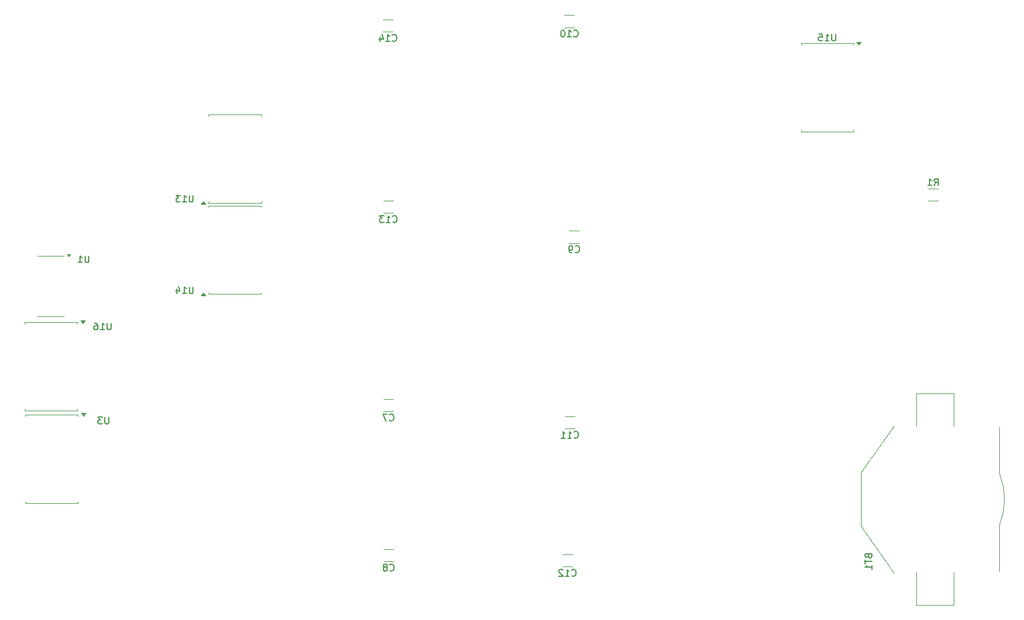
<source format=gbr>
G04 #@! TF.GenerationSoftware,KiCad,Pcbnew,8.0.9-8.0.9-0~ubuntu22.04.1*
G04 #@! TF.CreationDate,2025-03-29T10:12:52+01:00*
G04 #@! TF.ProjectId,CPU09RAM,43505530-3952-4414-9d2e-6b696361645f,rev?*
G04 #@! TF.SameCoordinates,Original*
G04 #@! TF.FileFunction,Legend,Bot*
G04 #@! TF.FilePolarity,Positive*
%FSLAX46Y46*%
G04 Gerber Fmt 4.6, Leading zero omitted, Abs format (unit mm)*
G04 Created by KiCad (PCBNEW 8.0.9-8.0.9-0~ubuntu22.04.1) date 2025-03-29 10:12:52*
%MOMM*%
%LPD*%
G01*
G04 APERTURE LIST*
%ADD10C,0.150000*%
%ADD11C,0.120000*%
G04 APERTURE END LIST*
D10*
X89122094Y-104737819D02*
X89122094Y-105547342D01*
X89122094Y-105547342D02*
X89074475Y-105642580D01*
X89074475Y-105642580D02*
X89026856Y-105690200D01*
X89026856Y-105690200D02*
X88931618Y-105737819D01*
X88931618Y-105737819D02*
X88741142Y-105737819D01*
X88741142Y-105737819D02*
X88645904Y-105690200D01*
X88645904Y-105690200D02*
X88598285Y-105642580D01*
X88598285Y-105642580D02*
X88550666Y-105547342D01*
X88550666Y-105547342D02*
X88550666Y-104737819D01*
X87550666Y-105737819D02*
X88122094Y-105737819D01*
X87836380Y-105737819D02*
X87836380Y-104737819D01*
X87836380Y-104737819D02*
X87931618Y-104880676D01*
X87931618Y-104880676D02*
X88026856Y-104975914D01*
X88026856Y-104975914D02*
X88122094Y-105023533D01*
X86693523Y-104737819D02*
X86883999Y-104737819D01*
X86883999Y-104737819D02*
X86979237Y-104785438D01*
X86979237Y-104785438D02*
X87026856Y-104833057D01*
X87026856Y-104833057D02*
X87122094Y-104975914D01*
X87122094Y-104975914D02*
X87169713Y-105166390D01*
X87169713Y-105166390D02*
X87169713Y-105547342D01*
X87169713Y-105547342D02*
X87122094Y-105642580D01*
X87122094Y-105642580D02*
X87074475Y-105690200D01*
X87074475Y-105690200D02*
X86979237Y-105737819D01*
X86979237Y-105737819D02*
X86788761Y-105737819D01*
X86788761Y-105737819D02*
X86693523Y-105690200D01*
X86693523Y-105690200D02*
X86645904Y-105642580D01*
X86645904Y-105642580D02*
X86598285Y-105547342D01*
X86598285Y-105547342D02*
X86598285Y-105309247D01*
X86598285Y-105309247D02*
X86645904Y-105214009D01*
X86645904Y-105214009D02*
X86693523Y-105166390D01*
X86693523Y-105166390D02*
X86788761Y-105118771D01*
X86788761Y-105118771D02*
X86979237Y-105118771D01*
X86979237Y-105118771D02*
X87074475Y-105166390D01*
X87074475Y-105166390D02*
X87122094Y-105214009D01*
X87122094Y-105214009D02*
X87169713Y-105309247D01*
X88772904Y-118580819D02*
X88772904Y-119390342D01*
X88772904Y-119390342D02*
X88725285Y-119485580D01*
X88725285Y-119485580D02*
X88677666Y-119533200D01*
X88677666Y-119533200D02*
X88582428Y-119580819D01*
X88582428Y-119580819D02*
X88391952Y-119580819D01*
X88391952Y-119580819D02*
X88296714Y-119533200D01*
X88296714Y-119533200D02*
X88249095Y-119485580D01*
X88249095Y-119485580D02*
X88201476Y-119390342D01*
X88201476Y-119390342D02*
X88201476Y-118580819D01*
X87820523Y-118580819D02*
X87201476Y-118580819D01*
X87201476Y-118580819D02*
X87534809Y-118961771D01*
X87534809Y-118961771D02*
X87391952Y-118961771D01*
X87391952Y-118961771D02*
X87296714Y-119009390D01*
X87296714Y-119009390D02*
X87249095Y-119057009D01*
X87249095Y-119057009D02*
X87201476Y-119152247D01*
X87201476Y-119152247D02*
X87201476Y-119390342D01*
X87201476Y-119390342D02*
X87249095Y-119485580D01*
X87249095Y-119485580D02*
X87296714Y-119533200D01*
X87296714Y-119533200D02*
X87391952Y-119580819D01*
X87391952Y-119580819D02*
X87677666Y-119580819D01*
X87677666Y-119580819D02*
X87772904Y-119533200D01*
X87772904Y-119533200D02*
X87820523Y-119485580D01*
X157145357Y-62534580D02*
X157192976Y-62582200D01*
X157192976Y-62582200D02*
X157335833Y-62629819D01*
X157335833Y-62629819D02*
X157431071Y-62629819D01*
X157431071Y-62629819D02*
X157573928Y-62582200D01*
X157573928Y-62582200D02*
X157669166Y-62486961D01*
X157669166Y-62486961D02*
X157716785Y-62391723D01*
X157716785Y-62391723D02*
X157764404Y-62201247D01*
X157764404Y-62201247D02*
X157764404Y-62058390D01*
X157764404Y-62058390D02*
X157716785Y-61867914D01*
X157716785Y-61867914D02*
X157669166Y-61772676D01*
X157669166Y-61772676D02*
X157573928Y-61677438D01*
X157573928Y-61677438D02*
X157431071Y-61629819D01*
X157431071Y-61629819D02*
X157335833Y-61629819D01*
X157335833Y-61629819D02*
X157192976Y-61677438D01*
X157192976Y-61677438D02*
X157145357Y-61725057D01*
X156192976Y-62629819D02*
X156764404Y-62629819D01*
X156478690Y-62629819D02*
X156478690Y-61629819D01*
X156478690Y-61629819D02*
X156573928Y-61772676D01*
X156573928Y-61772676D02*
X156669166Y-61867914D01*
X156669166Y-61867914D02*
X156764404Y-61915533D01*
X155573928Y-61629819D02*
X155478690Y-61629819D01*
X155478690Y-61629819D02*
X155383452Y-61677438D01*
X155383452Y-61677438D02*
X155335833Y-61725057D01*
X155335833Y-61725057D02*
X155288214Y-61820295D01*
X155288214Y-61820295D02*
X155240595Y-62010771D01*
X155240595Y-62010771D02*
X155240595Y-62248866D01*
X155240595Y-62248866D02*
X155288214Y-62439342D01*
X155288214Y-62439342D02*
X155335833Y-62534580D01*
X155335833Y-62534580D02*
X155383452Y-62582200D01*
X155383452Y-62582200D02*
X155478690Y-62629819D01*
X155478690Y-62629819D02*
X155573928Y-62629819D01*
X155573928Y-62629819D02*
X155669166Y-62582200D01*
X155669166Y-62582200D02*
X155716785Y-62534580D01*
X155716785Y-62534580D02*
X155764404Y-62439342D01*
X155764404Y-62439342D02*
X155812023Y-62248866D01*
X155812023Y-62248866D02*
X155812023Y-62010771D01*
X155812023Y-62010771D02*
X155764404Y-61820295D01*
X155764404Y-61820295D02*
X155716785Y-61725057D01*
X155716785Y-61725057D02*
X155669166Y-61677438D01*
X155669166Y-61677438D02*
X155573928Y-61629819D01*
X101187094Y-85941819D02*
X101187094Y-86751342D01*
X101187094Y-86751342D02*
X101139475Y-86846580D01*
X101139475Y-86846580D02*
X101091856Y-86894200D01*
X101091856Y-86894200D02*
X100996618Y-86941819D01*
X100996618Y-86941819D02*
X100806142Y-86941819D01*
X100806142Y-86941819D02*
X100710904Y-86894200D01*
X100710904Y-86894200D02*
X100663285Y-86846580D01*
X100663285Y-86846580D02*
X100615666Y-86751342D01*
X100615666Y-86751342D02*
X100615666Y-85941819D01*
X99615666Y-86941819D02*
X100187094Y-86941819D01*
X99901380Y-86941819D02*
X99901380Y-85941819D01*
X99901380Y-85941819D02*
X99996618Y-86084676D01*
X99996618Y-86084676D02*
X100091856Y-86179914D01*
X100091856Y-86179914D02*
X100187094Y-86227533D01*
X99282332Y-85941819D02*
X98663285Y-85941819D01*
X98663285Y-85941819D02*
X98996618Y-86322771D01*
X98996618Y-86322771D02*
X98853761Y-86322771D01*
X98853761Y-86322771D02*
X98758523Y-86370390D01*
X98758523Y-86370390D02*
X98710904Y-86418009D01*
X98710904Y-86418009D02*
X98663285Y-86513247D01*
X98663285Y-86513247D02*
X98663285Y-86751342D01*
X98663285Y-86751342D02*
X98710904Y-86846580D01*
X98710904Y-86846580D02*
X98758523Y-86894200D01*
X98758523Y-86894200D02*
X98853761Y-86941819D01*
X98853761Y-86941819D02*
X99139475Y-86941819D01*
X99139475Y-86941819D02*
X99234713Y-86894200D01*
X99234713Y-86894200D02*
X99282332Y-86846580D01*
X210123666Y-84486819D02*
X210456999Y-84010628D01*
X210695094Y-84486819D02*
X210695094Y-83486819D01*
X210695094Y-83486819D02*
X210314142Y-83486819D01*
X210314142Y-83486819D02*
X210218904Y-83534438D01*
X210218904Y-83534438D02*
X210171285Y-83582057D01*
X210171285Y-83582057D02*
X210123666Y-83677295D01*
X210123666Y-83677295D02*
X210123666Y-83820152D01*
X210123666Y-83820152D02*
X210171285Y-83915390D01*
X210171285Y-83915390D02*
X210218904Y-83963009D01*
X210218904Y-83963009D02*
X210314142Y-84010628D01*
X210314142Y-84010628D02*
X210695094Y-84010628D01*
X209171285Y-84486819D02*
X209742713Y-84486819D01*
X209456999Y-84486819D02*
X209456999Y-83486819D01*
X209456999Y-83486819D02*
X209552237Y-83629676D01*
X209552237Y-83629676D02*
X209647475Y-83724914D01*
X209647475Y-83724914D02*
X209742713Y-83772533D01*
X156852857Y-141909580D02*
X156900476Y-141957200D01*
X156900476Y-141957200D02*
X157043333Y-142004819D01*
X157043333Y-142004819D02*
X157138571Y-142004819D01*
X157138571Y-142004819D02*
X157281428Y-141957200D01*
X157281428Y-141957200D02*
X157376666Y-141861961D01*
X157376666Y-141861961D02*
X157424285Y-141766723D01*
X157424285Y-141766723D02*
X157471904Y-141576247D01*
X157471904Y-141576247D02*
X157471904Y-141433390D01*
X157471904Y-141433390D02*
X157424285Y-141242914D01*
X157424285Y-141242914D02*
X157376666Y-141147676D01*
X157376666Y-141147676D02*
X157281428Y-141052438D01*
X157281428Y-141052438D02*
X157138571Y-141004819D01*
X157138571Y-141004819D02*
X157043333Y-141004819D01*
X157043333Y-141004819D02*
X156900476Y-141052438D01*
X156900476Y-141052438D02*
X156852857Y-141100057D01*
X155900476Y-142004819D02*
X156471904Y-142004819D01*
X156186190Y-142004819D02*
X156186190Y-141004819D01*
X156186190Y-141004819D02*
X156281428Y-141147676D01*
X156281428Y-141147676D02*
X156376666Y-141242914D01*
X156376666Y-141242914D02*
X156471904Y-141290533D01*
X155519523Y-141100057D02*
X155471904Y-141052438D01*
X155471904Y-141052438D02*
X155376666Y-141004819D01*
X155376666Y-141004819D02*
X155138571Y-141004819D01*
X155138571Y-141004819D02*
X155043333Y-141052438D01*
X155043333Y-141052438D02*
X154995714Y-141100057D01*
X154995714Y-141100057D02*
X154948095Y-141195295D01*
X154948095Y-141195295D02*
X154948095Y-141290533D01*
X154948095Y-141290533D02*
X154995714Y-141433390D01*
X154995714Y-141433390D02*
X155567142Y-142004819D01*
X155567142Y-142004819D02*
X154948095Y-142004819D01*
X157195357Y-121589580D02*
X157242976Y-121637200D01*
X157242976Y-121637200D02*
X157385833Y-121684819D01*
X157385833Y-121684819D02*
X157481071Y-121684819D01*
X157481071Y-121684819D02*
X157623928Y-121637200D01*
X157623928Y-121637200D02*
X157719166Y-121541961D01*
X157719166Y-121541961D02*
X157766785Y-121446723D01*
X157766785Y-121446723D02*
X157814404Y-121256247D01*
X157814404Y-121256247D02*
X157814404Y-121113390D01*
X157814404Y-121113390D02*
X157766785Y-120922914D01*
X157766785Y-120922914D02*
X157719166Y-120827676D01*
X157719166Y-120827676D02*
X157623928Y-120732438D01*
X157623928Y-120732438D02*
X157481071Y-120684819D01*
X157481071Y-120684819D02*
X157385833Y-120684819D01*
X157385833Y-120684819D02*
X157242976Y-120732438D01*
X157242976Y-120732438D02*
X157195357Y-120780057D01*
X156242976Y-121684819D02*
X156814404Y-121684819D01*
X156528690Y-121684819D02*
X156528690Y-120684819D01*
X156528690Y-120684819D02*
X156623928Y-120827676D01*
X156623928Y-120827676D02*
X156719166Y-120922914D01*
X156719166Y-120922914D02*
X156814404Y-120970533D01*
X155290595Y-121684819D02*
X155862023Y-121684819D01*
X155576309Y-121684819D02*
X155576309Y-120684819D01*
X155576309Y-120684819D02*
X155671547Y-120827676D01*
X155671547Y-120827676D02*
X155766785Y-120922914D01*
X155766785Y-120922914D02*
X155862023Y-120970533D01*
X130087666Y-141147580D02*
X130135285Y-141195200D01*
X130135285Y-141195200D02*
X130278142Y-141242819D01*
X130278142Y-141242819D02*
X130373380Y-141242819D01*
X130373380Y-141242819D02*
X130516237Y-141195200D01*
X130516237Y-141195200D02*
X130611475Y-141099961D01*
X130611475Y-141099961D02*
X130659094Y-141004723D01*
X130659094Y-141004723D02*
X130706713Y-140814247D01*
X130706713Y-140814247D02*
X130706713Y-140671390D01*
X130706713Y-140671390D02*
X130659094Y-140480914D01*
X130659094Y-140480914D02*
X130611475Y-140385676D01*
X130611475Y-140385676D02*
X130516237Y-140290438D01*
X130516237Y-140290438D02*
X130373380Y-140242819D01*
X130373380Y-140242819D02*
X130278142Y-140242819D01*
X130278142Y-140242819D02*
X130135285Y-140290438D01*
X130135285Y-140290438D02*
X130087666Y-140338057D01*
X129516237Y-140671390D02*
X129611475Y-140623771D01*
X129611475Y-140623771D02*
X129659094Y-140576152D01*
X129659094Y-140576152D02*
X129706713Y-140480914D01*
X129706713Y-140480914D02*
X129706713Y-140433295D01*
X129706713Y-140433295D02*
X129659094Y-140338057D01*
X129659094Y-140338057D02*
X129611475Y-140290438D01*
X129611475Y-140290438D02*
X129516237Y-140242819D01*
X129516237Y-140242819D02*
X129325761Y-140242819D01*
X129325761Y-140242819D02*
X129230523Y-140290438D01*
X129230523Y-140290438D02*
X129182904Y-140338057D01*
X129182904Y-140338057D02*
X129135285Y-140433295D01*
X129135285Y-140433295D02*
X129135285Y-140480914D01*
X129135285Y-140480914D02*
X129182904Y-140576152D01*
X129182904Y-140576152D02*
X129230523Y-140623771D01*
X129230523Y-140623771D02*
X129325761Y-140671390D01*
X129325761Y-140671390D02*
X129516237Y-140671390D01*
X129516237Y-140671390D02*
X129611475Y-140719009D01*
X129611475Y-140719009D02*
X129659094Y-140766628D01*
X129659094Y-140766628D02*
X129706713Y-140861866D01*
X129706713Y-140861866D02*
X129706713Y-141052342D01*
X129706713Y-141052342D02*
X129659094Y-141147580D01*
X129659094Y-141147580D02*
X129611475Y-141195200D01*
X129611475Y-141195200D02*
X129516237Y-141242819D01*
X129516237Y-141242819D02*
X129325761Y-141242819D01*
X129325761Y-141242819D02*
X129230523Y-141195200D01*
X129230523Y-141195200D02*
X129182904Y-141147580D01*
X129182904Y-141147580D02*
X129135285Y-141052342D01*
X129135285Y-141052342D02*
X129135285Y-140861866D01*
X129135285Y-140861866D02*
X129182904Y-140766628D01*
X129182904Y-140766628D02*
X129230523Y-140719009D01*
X129230523Y-140719009D02*
X129325761Y-140671390D01*
X101187094Y-99403819D02*
X101187094Y-100213342D01*
X101187094Y-100213342D02*
X101139475Y-100308580D01*
X101139475Y-100308580D02*
X101091856Y-100356200D01*
X101091856Y-100356200D02*
X100996618Y-100403819D01*
X100996618Y-100403819D02*
X100806142Y-100403819D01*
X100806142Y-100403819D02*
X100710904Y-100356200D01*
X100710904Y-100356200D02*
X100663285Y-100308580D01*
X100663285Y-100308580D02*
X100615666Y-100213342D01*
X100615666Y-100213342D02*
X100615666Y-99403819D01*
X99615666Y-100403819D02*
X100187094Y-100403819D01*
X99901380Y-100403819D02*
X99901380Y-99403819D01*
X99901380Y-99403819D02*
X99996618Y-99546676D01*
X99996618Y-99546676D02*
X100091856Y-99641914D01*
X100091856Y-99641914D02*
X100187094Y-99689533D01*
X98758523Y-99737152D02*
X98758523Y-100403819D01*
X98996618Y-99356200D02*
X99234713Y-100070485D01*
X99234713Y-100070485D02*
X98615666Y-100070485D01*
X200438253Y-139047285D02*
X200485872Y-139190142D01*
X200485872Y-139190142D02*
X200533491Y-139237761D01*
X200533491Y-139237761D02*
X200628729Y-139285380D01*
X200628729Y-139285380D02*
X200771586Y-139285380D01*
X200771586Y-139285380D02*
X200866824Y-139237761D01*
X200866824Y-139237761D02*
X200914444Y-139190142D01*
X200914444Y-139190142D02*
X200962063Y-139094904D01*
X200962063Y-139094904D02*
X200962063Y-138713952D01*
X200962063Y-138713952D02*
X199962063Y-138713952D01*
X199962063Y-138713952D02*
X199962063Y-139047285D01*
X199962063Y-139047285D02*
X200009682Y-139142523D01*
X200009682Y-139142523D02*
X200057301Y-139190142D01*
X200057301Y-139190142D02*
X200152539Y-139237761D01*
X200152539Y-139237761D02*
X200247777Y-139237761D01*
X200247777Y-139237761D02*
X200343015Y-139190142D01*
X200343015Y-139190142D02*
X200390634Y-139142523D01*
X200390634Y-139142523D02*
X200438253Y-139047285D01*
X200438253Y-139047285D02*
X200438253Y-138713952D01*
X199962063Y-139571095D02*
X199962063Y-140142523D01*
X200962063Y-139856809D02*
X199962063Y-139856809D01*
X200962063Y-140999666D02*
X200962063Y-140428238D01*
X200962063Y-140713952D02*
X199962063Y-140713952D01*
X199962063Y-140713952D02*
X200104920Y-140618714D01*
X200104920Y-140618714D02*
X200200158Y-140523476D01*
X200200158Y-140523476D02*
X200247777Y-140428238D01*
X130049166Y-119049580D02*
X130096785Y-119097200D01*
X130096785Y-119097200D02*
X130239642Y-119144819D01*
X130239642Y-119144819D02*
X130334880Y-119144819D01*
X130334880Y-119144819D02*
X130477737Y-119097200D01*
X130477737Y-119097200D02*
X130572975Y-119001961D01*
X130572975Y-119001961D02*
X130620594Y-118906723D01*
X130620594Y-118906723D02*
X130668213Y-118716247D01*
X130668213Y-118716247D02*
X130668213Y-118573390D01*
X130668213Y-118573390D02*
X130620594Y-118382914D01*
X130620594Y-118382914D02*
X130572975Y-118287676D01*
X130572975Y-118287676D02*
X130477737Y-118192438D01*
X130477737Y-118192438D02*
X130334880Y-118144819D01*
X130334880Y-118144819D02*
X130239642Y-118144819D01*
X130239642Y-118144819D02*
X130096785Y-118192438D01*
X130096785Y-118192438D02*
X130049166Y-118240057D01*
X129715832Y-118144819D02*
X129049166Y-118144819D01*
X129049166Y-118144819D02*
X129477737Y-119144819D01*
X157354166Y-94284580D02*
X157401785Y-94332200D01*
X157401785Y-94332200D02*
X157544642Y-94379819D01*
X157544642Y-94379819D02*
X157639880Y-94379819D01*
X157639880Y-94379819D02*
X157782737Y-94332200D01*
X157782737Y-94332200D02*
X157877975Y-94236961D01*
X157877975Y-94236961D02*
X157925594Y-94141723D01*
X157925594Y-94141723D02*
X157973213Y-93951247D01*
X157973213Y-93951247D02*
X157973213Y-93808390D01*
X157973213Y-93808390D02*
X157925594Y-93617914D01*
X157925594Y-93617914D02*
X157877975Y-93522676D01*
X157877975Y-93522676D02*
X157782737Y-93427438D01*
X157782737Y-93427438D02*
X157639880Y-93379819D01*
X157639880Y-93379819D02*
X157544642Y-93379819D01*
X157544642Y-93379819D02*
X157401785Y-93427438D01*
X157401785Y-93427438D02*
X157354166Y-93475057D01*
X156877975Y-94379819D02*
X156687499Y-94379819D01*
X156687499Y-94379819D02*
X156592261Y-94332200D01*
X156592261Y-94332200D02*
X156544642Y-94284580D01*
X156544642Y-94284580D02*
X156449404Y-94141723D01*
X156449404Y-94141723D02*
X156401785Y-93951247D01*
X156401785Y-93951247D02*
X156401785Y-93570295D01*
X156401785Y-93570295D02*
X156449404Y-93475057D01*
X156449404Y-93475057D02*
X156497023Y-93427438D01*
X156497023Y-93427438D02*
X156592261Y-93379819D01*
X156592261Y-93379819D02*
X156782737Y-93379819D01*
X156782737Y-93379819D02*
X156877975Y-93427438D01*
X156877975Y-93427438D02*
X156925594Y-93475057D01*
X156925594Y-93475057D02*
X156973213Y-93570295D01*
X156973213Y-93570295D02*
X156973213Y-93808390D01*
X156973213Y-93808390D02*
X156925594Y-93903628D01*
X156925594Y-93903628D02*
X156877975Y-93951247D01*
X156877975Y-93951247D02*
X156782737Y-93998866D01*
X156782737Y-93998866D02*
X156592261Y-93998866D01*
X156592261Y-93998866D02*
X156497023Y-93951247D01*
X156497023Y-93951247D02*
X156449404Y-93903628D01*
X156449404Y-93903628D02*
X156401785Y-93808390D01*
X195647094Y-62193819D02*
X195647094Y-63003342D01*
X195647094Y-63003342D02*
X195599475Y-63098580D01*
X195599475Y-63098580D02*
X195551856Y-63146200D01*
X195551856Y-63146200D02*
X195456618Y-63193819D01*
X195456618Y-63193819D02*
X195266142Y-63193819D01*
X195266142Y-63193819D02*
X195170904Y-63146200D01*
X195170904Y-63146200D02*
X195123285Y-63098580D01*
X195123285Y-63098580D02*
X195075666Y-63003342D01*
X195075666Y-63003342D02*
X195075666Y-62193819D01*
X194075666Y-63193819D02*
X194647094Y-63193819D01*
X194361380Y-63193819D02*
X194361380Y-62193819D01*
X194361380Y-62193819D02*
X194456618Y-62336676D01*
X194456618Y-62336676D02*
X194551856Y-62431914D01*
X194551856Y-62431914D02*
X194647094Y-62479533D01*
X193170904Y-62193819D02*
X193647094Y-62193819D01*
X193647094Y-62193819D02*
X193694713Y-62670009D01*
X193694713Y-62670009D02*
X193647094Y-62622390D01*
X193647094Y-62622390D02*
X193551856Y-62574771D01*
X193551856Y-62574771D02*
X193313761Y-62574771D01*
X193313761Y-62574771D02*
X193218523Y-62622390D01*
X193218523Y-62622390D02*
X193170904Y-62670009D01*
X193170904Y-62670009D02*
X193123285Y-62765247D01*
X193123285Y-62765247D02*
X193123285Y-63003342D01*
X193123285Y-63003342D02*
X193170904Y-63098580D01*
X193170904Y-63098580D02*
X193218523Y-63146200D01*
X193218523Y-63146200D02*
X193313761Y-63193819D01*
X193313761Y-63193819D02*
X193551856Y-63193819D01*
X193551856Y-63193819D02*
X193647094Y-63146200D01*
X193647094Y-63146200D02*
X193694713Y-63098580D01*
X130475357Y-63169580D02*
X130522976Y-63217200D01*
X130522976Y-63217200D02*
X130665833Y-63264819D01*
X130665833Y-63264819D02*
X130761071Y-63264819D01*
X130761071Y-63264819D02*
X130903928Y-63217200D01*
X130903928Y-63217200D02*
X130999166Y-63121961D01*
X130999166Y-63121961D02*
X131046785Y-63026723D01*
X131046785Y-63026723D02*
X131094404Y-62836247D01*
X131094404Y-62836247D02*
X131094404Y-62693390D01*
X131094404Y-62693390D02*
X131046785Y-62502914D01*
X131046785Y-62502914D02*
X130999166Y-62407676D01*
X130999166Y-62407676D02*
X130903928Y-62312438D01*
X130903928Y-62312438D02*
X130761071Y-62264819D01*
X130761071Y-62264819D02*
X130665833Y-62264819D01*
X130665833Y-62264819D02*
X130522976Y-62312438D01*
X130522976Y-62312438D02*
X130475357Y-62360057D01*
X129522976Y-63264819D02*
X130094404Y-63264819D01*
X129808690Y-63264819D02*
X129808690Y-62264819D01*
X129808690Y-62264819D02*
X129903928Y-62407676D01*
X129903928Y-62407676D02*
X129999166Y-62502914D01*
X129999166Y-62502914D02*
X130094404Y-62550533D01*
X128665833Y-62598152D02*
X128665833Y-63264819D01*
X128903928Y-62217200D02*
X129142023Y-62931485D01*
X129142023Y-62931485D02*
X128522976Y-62931485D01*
X130525357Y-89839580D02*
X130572976Y-89887200D01*
X130572976Y-89887200D02*
X130715833Y-89934819D01*
X130715833Y-89934819D02*
X130811071Y-89934819D01*
X130811071Y-89934819D02*
X130953928Y-89887200D01*
X130953928Y-89887200D02*
X131049166Y-89791961D01*
X131049166Y-89791961D02*
X131096785Y-89696723D01*
X131096785Y-89696723D02*
X131144404Y-89506247D01*
X131144404Y-89506247D02*
X131144404Y-89363390D01*
X131144404Y-89363390D02*
X131096785Y-89172914D01*
X131096785Y-89172914D02*
X131049166Y-89077676D01*
X131049166Y-89077676D02*
X130953928Y-88982438D01*
X130953928Y-88982438D02*
X130811071Y-88934819D01*
X130811071Y-88934819D02*
X130715833Y-88934819D01*
X130715833Y-88934819D02*
X130572976Y-88982438D01*
X130572976Y-88982438D02*
X130525357Y-89030057D01*
X129572976Y-89934819D02*
X130144404Y-89934819D01*
X129858690Y-89934819D02*
X129858690Y-88934819D01*
X129858690Y-88934819D02*
X129953928Y-89077676D01*
X129953928Y-89077676D02*
X130049166Y-89172914D01*
X130049166Y-89172914D02*
X130144404Y-89220533D01*
X129239642Y-88934819D02*
X128620595Y-88934819D01*
X128620595Y-88934819D02*
X128953928Y-89315771D01*
X128953928Y-89315771D02*
X128811071Y-89315771D01*
X128811071Y-89315771D02*
X128715833Y-89363390D01*
X128715833Y-89363390D02*
X128668214Y-89411009D01*
X128668214Y-89411009D02*
X128620595Y-89506247D01*
X128620595Y-89506247D02*
X128620595Y-89744342D01*
X128620595Y-89744342D02*
X128668214Y-89839580D01*
X128668214Y-89839580D02*
X128715833Y-89887200D01*
X128715833Y-89887200D02*
X128811071Y-89934819D01*
X128811071Y-89934819D02*
X129096785Y-89934819D01*
X129096785Y-89934819D02*
X129192023Y-89887200D01*
X129192023Y-89887200D02*
X129239642Y-89839580D01*
X85851904Y-94831819D02*
X85851904Y-95641342D01*
X85851904Y-95641342D02*
X85804285Y-95736580D01*
X85804285Y-95736580D02*
X85756666Y-95784200D01*
X85756666Y-95784200D02*
X85661428Y-95831819D01*
X85661428Y-95831819D02*
X85470952Y-95831819D01*
X85470952Y-95831819D02*
X85375714Y-95784200D01*
X85375714Y-95784200D02*
X85328095Y-95736580D01*
X85328095Y-95736580D02*
X85280476Y-95641342D01*
X85280476Y-95641342D02*
X85280476Y-94831819D01*
X84280476Y-95831819D02*
X84851904Y-95831819D01*
X84566190Y-95831819D02*
X84566190Y-94831819D01*
X84566190Y-94831819D02*
X84661428Y-94974676D01*
X84661428Y-94974676D02*
X84756666Y-95069914D01*
X84756666Y-95069914D02*
X84851904Y-95117533D01*
D11*
X76432000Y-104615000D02*
X80292000Y-104615000D01*
X76432000Y-104850000D02*
X76432000Y-104615000D01*
X76432000Y-117400000D02*
X76432000Y-117635000D01*
X76432000Y-117635000D02*
X80292000Y-117635000D01*
X84152000Y-104615000D02*
X80292000Y-104615000D01*
X84152000Y-104850000D02*
X84152000Y-104615000D01*
X84152000Y-117400000D02*
X84152000Y-117635000D01*
X84152000Y-117635000D02*
X80292000Y-117635000D01*
X84942000Y-104850000D02*
X84602000Y-104380000D01*
X85282000Y-104380000D01*
X84942000Y-104850000D01*
G36*
X84942000Y-104850000D02*
G01*
X84602000Y-104380000D01*
X85282000Y-104380000D01*
X84942000Y-104850000D01*
G37*
X76520598Y-118250828D02*
X80380598Y-118250828D01*
X76520598Y-118485828D02*
X76520598Y-118250828D01*
X76520598Y-131035828D02*
X76520598Y-131270828D01*
X76520598Y-131270828D02*
X80380598Y-131270828D01*
X84240598Y-118250828D02*
X80380598Y-118250828D01*
X84240598Y-118485828D02*
X84240598Y-118250828D01*
X84240598Y-131035828D02*
X84240598Y-131270828D01*
X84240598Y-131270828D02*
X80380598Y-131270828D01*
X85093098Y-118485828D02*
X84753098Y-118015828D01*
X85433098Y-118015828D01*
X85093098Y-118485828D01*
G36*
X85093098Y-118485828D02*
G01*
X84753098Y-118015828D01*
X85433098Y-118015828D01*
X85093098Y-118485828D01*
G37*
X157213752Y-59415000D02*
X155791248Y-59415000D01*
X157213752Y-61235000D02*
X155791248Y-61235000D01*
X103473624Y-74022398D02*
X107333624Y-74022398D01*
X103473624Y-74257398D02*
X103473624Y-74022398D01*
X103473624Y-86807398D02*
X103473624Y-87042398D01*
X103473624Y-87042398D02*
X107333624Y-87042398D01*
X111193624Y-74022398D02*
X107333624Y-74022398D01*
X111193624Y-74257398D02*
X111193624Y-74022398D01*
X111193624Y-86807398D02*
X111193624Y-87042398D01*
X111193624Y-87042398D02*
X107333624Y-87042398D01*
X103023624Y-87277398D02*
X102343624Y-87277398D01*
X102683624Y-86807398D01*
X103023624Y-87277398D01*
G36*
X103023624Y-87277398D02*
G01*
X102343624Y-87277398D01*
X102683624Y-86807398D01*
X103023624Y-87277398D01*
G37*
X209229936Y-84942000D02*
X210684064Y-84942000D01*
X209229936Y-86762000D02*
X210684064Y-86762000D01*
X156921252Y-138790000D02*
X155498748Y-138790000D01*
X156921252Y-140610000D02*
X155498748Y-140610000D01*
X157263752Y-118470000D02*
X155841248Y-118470000D01*
X157263752Y-120290000D02*
X155841248Y-120290000D01*
X130632252Y-138028000D02*
X129209748Y-138028000D01*
X130632252Y-139848000D02*
X129209748Y-139848000D01*
X103455000Y-87470000D02*
X107315000Y-87470000D01*
X103455000Y-87705000D02*
X103455000Y-87470000D01*
X103455000Y-100255000D02*
X103455000Y-100490000D01*
X103455000Y-100490000D02*
X107315000Y-100490000D01*
X111175000Y-87470000D02*
X107315000Y-87470000D01*
X111175000Y-87705000D02*
X111175000Y-87470000D01*
X111175000Y-100255000D02*
X111175000Y-100490000D01*
X111175000Y-100490000D02*
X107315000Y-100490000D01*
X103005000Y-100725000D02*
X102325000Y-100725000D01*
X102665000Y-100255000D01*
X103005000Y-100725000D01*
G36*
X103005000Y-100725000D02*
G01*
X102325000Y-100725000D01*
X102665000Y-100255000D01*
X103005000Y-100725000D01*
G37*
X199357244Y-126733000D02*
X199357244Y-134633000D01*
X199357244Y-134633000D02*
X204157244Y-141483000D01*
X204157244Y-119933000D02*
X199357244Y-126733000D01*
X207457244Y-115133000D02*
X207457244Y-119933000D01*
X207457244Y-141433000D02*
X207457244Y-146233000D01*
X207457244Y-146233000D02*
X212957244Y-146233000D01*
X212957244Y-115133000D02*
X207457244Y-115133000D01*
X212957244Y-119933000D02*
X212957244Y-115133000D01*
X212957244Y-146233000D02*
X212957244Y-141433000D01*
X219707244Y-126833000D02*
X219707244Y-120133000D01*
X219707244Y-134533000D02*
X219707244Y-141233000D01*
X219707244Y-126833000D02*
G75*
G02*
X219708708Y-134529385I-9500000J-3850000D01*
G01*
X130593752Y-115930000D02*
X129171248Y-115930000D01*
X130593752Y-117750000D02*
X129171248Y-117750000D01*
X157898752Y-91165000D02*
X156476248Y-91165000D01*
X157898752Y-92985000D02*
X156476248Y-92985000D01*
X190549000Y-63579000D02*
X194409000Y-63579000D01*
X190549000Y-63814000D02*
X190549000Y-63579000D01*
X190549000Y-76364000D02*
X190549000Y-76599000D01*
X190549000Y-76599000D02*
X194409000Y-76599000D01*
X198269000Y-63579000D02*
X194409000Y-63579000D01*
X198269000Y-63814000D02*
X198269000Y-63579000D01*
X198269000Y-76364000D02*
X198269000Y-76599000D01*
X198269000Y-76599000D02*
X194409000Y-76599000D01*
X199059000Y-63814000D02*
X198719000Y-63344000D01*
X199399000Y-63344000D01*
X199059000Y-63814000D01*
G36*
X199059000Y-63814000D02*
G01*
X198719000Y-63344000D01*
X199399000Y-63344000D01*
X199059000Y-63814000D01*
G37*
X130543752Y-60050000D02*
X129121248Y-60050000D01*
X130543752Y-61870000D02*
X129121248Y-61870000D01*
X130593752Y-86720000D02*
X129171248Y-86720000D01*
X130593752Y-88540000D02*
X129171248Y-88540000D01*
X78249000Y-94879000D02*
X80199000Y-94879000D01*
X78249000Y-103749000D02*
X80199000Y-103749000D01*
X82149000Y-94879000D02*
X80199000Y-94879000D01*
X82149000Y-103749000D02*
X80199000Y-103749000D01*
X82899000Y-94944000D02*
X82659000Y-94614000D01*
X83139000Y-94614000D01*
X82899000Y-94944000D01*
G36*
X82899000Y-94944000D02*
G01*
X82659000Y-94614000D01*
X83139000Y-94614000D01*
X82899000Y-94944000D01*
G37*
M02*

</source>
